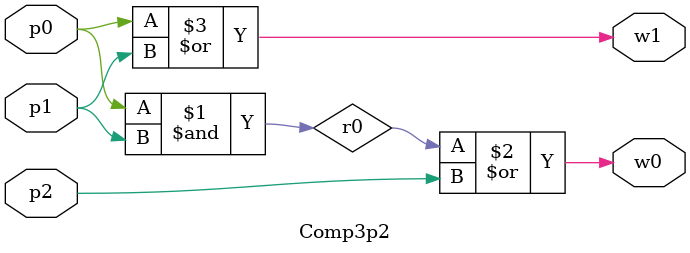
<source format=v>


module Comp3p2(w0, w1, p0, p1, p2); //{p0p1+p2, p0+p1}

input p0, p1, p2;
output w0, w1;
wire r0;

and and_1(r0, p0, p1);
or or_1(w0, r0, p2);

or or_2(w1, p0, p1);

endmodule

</source>
